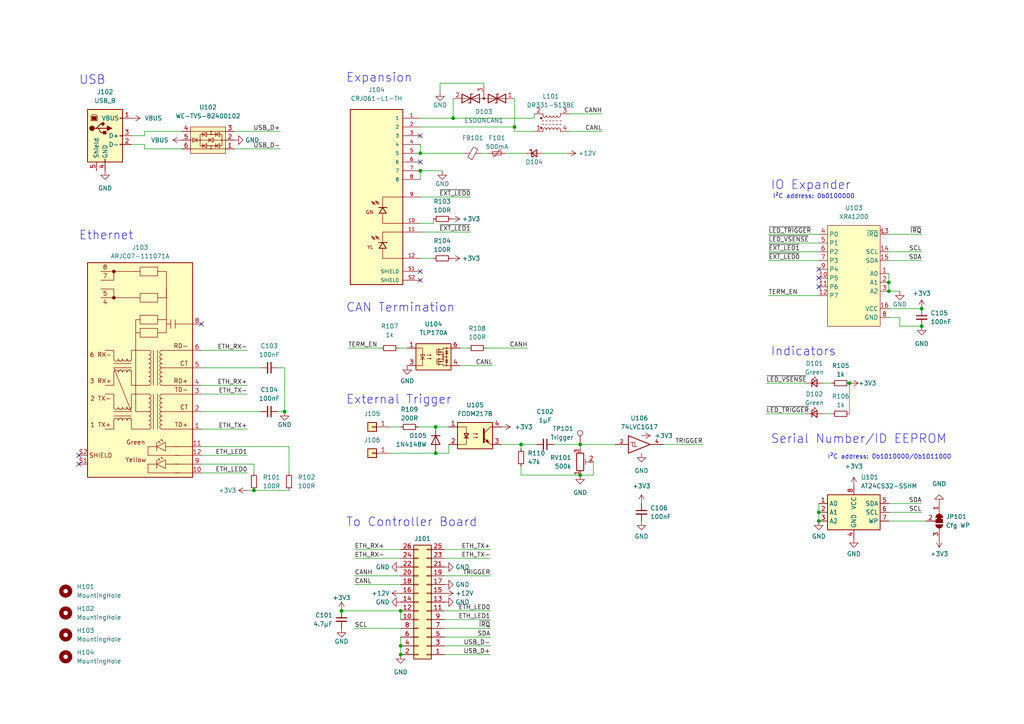
<source format=kicad_sch>
(kicad_sch (version 20211123) (generator eeschema)
  (paper "A4")
  (title_block (title "Rear IO") (date "2022-04-23") (rev "2") (comment 1 "Mounted to 12mm M2.5 screws on rear panel") (comment 2 "Exposes USB, Ethernet, CAN expansion") (comment 3 "Also contains trigger pulse shaper"))
  (lib_symbols
    (symbol "74xGxx:74LVC1G17" (pin_names (offset 1.016))
      (property "Reference" "U" (at -2.54 3.81 0))
      (property "Value" "74LVC1G17" (at 0 -3.81 0))
      (symbol "74LVC1G17_1_1"
        (pin input line (at -7.62 0 0) (length 3.81) (name "~") (number "2"))
        (pin power_in line (at 0 -2.54 270) (length 0) hide (name "GND") (number "3"))
        (pin output line (at 6.35 0 180) (length 3.81) (name "~") (number "4"))
        (pin power_in line (at 0 2.54 90) (length 0) hide (name "VCC") (number "5"))
      )
    )
    (symbol "Connector:TestPoint" (pin_numbers hide) (pin_names (offset 0.762) hide)
      (property "Reference" "TP" (at 0 6.858 0))
      (property "Value" "TestPoint" (at 0 5.08 0))
      (symbol "TestPoint_1_1"
        (pin passive line (at 0 0 90) (length 2.54) (name "1") (number "1"))
      )
    )
    (symbol "Connector:USB_B" (pin_names (offset 1.016))
      (property "Reference" "J" (at -5.08 11.43 0))
      (property "Value" "USB_B" (at -5.08 8.89 0))
      (symbol "USB_B_1_1"
        (pin power_out line (at 7.62 5.08 180) (length 2.54) (name "VBUS") (number "1"))
        (pin bidirectional line (at 7.62 -2.54 180) (length 2.54) (name "D-") (number "2"))
        (pin bidirectional line (at 7.62 0 180) (length 2.54) (name "D+") (number "3"))
        (pin power_out line (at 0 -10.16 90) (length 2.54) (name "GND") (number "4"))
        (pin passive line (at -2.54 -10.16 90) (length 2.54) (name "Shield") (number "5"))
      )
    )
    (symbol "Connector_Generic:Conn_01x01" (pin_names (offset 1.016) hide)
      (property "Reference" "J" (at 0 2.54 0))
      (property "Value" "Conn_01x01" (at 0 -2.54 0))
      (symbol "Conn_01x01_1_1"
        (pin passive line (at -5.08 0 0) (length 3.81) (name "Pin_1") (number "1"))
      )
    )
    (symbol "Connector_Generic:Conn_02x13_Odd_Even" (pin_names (offset 1.016) hide)
      (property "Reference" "J" (at 1.27 17.78 0))
      (property "Value" "Conn_02x13_Odd_Even" (at 1.27 -17.78 0))
      (symbol "Conn_02x13_Odd_Even_1_1"
        (pin passive line (at -5.08 15.24 0) (length 3.81) (name "Pin_1") (number "1"))
        (pin passive line (at 7.62 5.08 180) (length 3.81) (name "Pin_10") (number "10"))
        (pin passive line (at -5.08 2.54 0) (length 3.81) (name "Pin_11") (number "11"))
        (pin passive line (at 7.62 2.54 180) (length 3.81) (name "Pin_12") (number "12"))
        (pin passive line (at -5.08 0 0) (length 3.81) (name "Pin_13") (number "13"))
        (pin passive line (at 7.62 0 180) (length 3.81) (name "Pin_14") (number "14"))
        (pin passive line (at -5.08 -2.54 0) (length 3.81) (name "Pin_15") (number "15"))
        (pin passive line (at 7.62 -2.54 180) (length 3.81) (name "Pin_16") (number "16"))
        (pin passive line (at -5.08 -5.08 0) (length 3.81) (name "Pin_17") (number "17"))
        (pin passive line (at 7.62 -5.08 180) (length 3.81) (name "Pin_18") (number "18"))
        (pin passive line (at -5.08 -7.62 0) (length 3.81) (name "Pin_19") (number "19"))
        (pin passive line (at 7.62 15.24 180) (length 3.81) (name "Pin_2") (number "2"))
        (pin passive line (at 7.62 -7.62 180) (length 3.81) (name "Pin_20") (number "20"))
        (pin passive line (at -5.08 -10.16 0) (length 3.81) (name "Pin_21") (number "21"))
        (pin passive line (at 7.62 -10.16 180) (length 3.81) (name "Pin_22") (number "22"))
        (pin passive line (at -5.08 -12.7 0) (length 3.81) (name "Pin_23") (number "23"))
        (pin passive line (at 7.62 -12.7 180) (length 3.81) (name "Pin_24") (number "24"))
        (pin passive line (at -5.08 -15.24 0) (length 3.81) (name "Pin_25") (number "25"))
        (pin passive line (at 7.62 -15.24 180) (length 3.81) (name "Pin_26") (number "26"))
        (pin passive line (at -5.08 12.7 0) (length 3.81) (name "Pin_3") (number "3"))
        (pin passive line (at 7.62 12.7 180) (length 3.81) (name "Pin_4") (number "4"))
        (pin passive line (at -5.08 10.16 0) (length 3.81) (name "Pin_5") (number "5"))
        (pin passive line (at 7.62 10.16 180) (length 3.81) (name "Pin_6") (number "6"))
        (pin passive line (at -5.08 7.62 0) (length 3.81) (name "Pin_7") (number "7"))
        (pin passive line (at 7.62 7.62 180) (length 3.81) (name "Pin_8") (number "8"))
        (pin passive line (at -5.08 5.08 0) (length 3.81) (name "Pin_9") (number "9"))
      )
    )
    (symbol "Device:C_Small" (pin_numbers hide) (pin_names (offset 0.254) hide)
      (property "Reference" "C" (at 0.254 1.778 0))
      (property "Value" "C_Small" (at 0.254 -2.032 0))
      (symbol "C_Small_1_1"
        (pin passive line (at 0 2.54 270) (length 2.032) (name "~") (number "1"))
        (pin passive line (at 0 -2.54 90) (length 2.032) (name "~") (number "2"))
      )
    )
    (symbol "Device:D_Schottky_Small" (pin_numbers hide) (pin_names (offset 0.254) hide)
      (property "Reference" "D" (at -1.27 2.032 0))
      (property "Value" "D_Schottky_Small" (at -7.112 -2.032 0))
      (symbol "D_Schottky_Small_1_1"
        (pin passive line (at -2.54 0 0) (length 1.778) (name "K") (number "1"))
        (pin passive line (at 2.54 0 180) (length 1.778) (name "A") (number "2"))
      )
    )
    (symbol "Device:D_TVS_Dual_AAC" (pin_names (offset 1.016) hide)
      (property "Reference" "D" (at 0 4.445 0))
      (property "Value" "D_TVS_Dual_AAC" (at 0 2.54 0))
      (symbol "D_TVS_Dual_AAC_1_1"
        (pin passive line (at -8.89 0 0) (length 2.54) (name "A1") (number "1"))
        (pin passive line (at 8.89 0 180) (length 2.54) (name "A2") (number "2"))
        (pin input line (at 0 -3.81 90) (length 2.54) (name "common") (number "3"))
      )
    )
    (symbol "Device:FerriteBead_Small" (pin_numbers hide) (pin_names (offset 0))
      (property "Reference" "FB" (at 1.905 1.27 0))
      (property "Value" "FerriteBead_Small" (at 1.905 -1.27 0))
      (symbol "FerriteBead_Small_1_1"
        (pin passive line (at 0 2.54 270) (length 1.27) (name "~") (number "1"))
        (pin passive line (at 0 -2.54 90) (length 1.27) (name "~") (number "2"))
      )
    )
    (symbol "Device:LED_Small" (pin_numbers hide) (pin_names (offset 0.254) hide)
      (property "Reference" "D" (at -1.27 3.175 0))
      (property "Value" "LED_Small" (at -4.445 -2.54 0))
      (symbol "LED_Small_1_1"
        (pin passive line (at -2.54 0 0) (length 1.778) (name "K") (number "1"))
        (pin passive line (at 2.54 0 180) (length 1.778) (name "A") (number "2"))
      )
    )
    (symbol "Device:L_Ferrite_Coupled_1423" (pin_names (offset 0.254) hide)
      (property "Reference" "L" (at 0 4.445 0))
      (property "Value" "L_Ferrite_Coupled_1423" (at 0 -4.445 0))
      (symbol "L_Ferrite_Coupled_1423_1_1"
        (pin passive line (at -5.08 2.54 0) (length 2.54) (name "1") (number "1"))
        (pin passive line (at -5.08 -2.54 0) (length 2.54) (name "2") (number "2"))
        (pin passive line (at 5.08 -2.54 180) (length 2.54) (name "3") (number "3"))
        (pin passive line (at 5.08 2.54 180) (length 2.54) (name "4") (number "4"))
      )
    )
    (symbol "Device:Polyfuse_Small" (pin_numbers hide) (pin_names (offset 0))
      (property "Reference" "F" (at -1.905 0 90))
      (property "Value" "Polyfuse_Small" (at 1.905 0 90))
      (symbol "Polyfuse_Small_1_1"
        (pin passive line (at 0 2.54 270) (length 0.635) (name "~") (number "1"))
        (pin passive line (at 0 -2.54 90) (length 0.635) (name "~") (number "2"))
      )
    )
    (symbol "Device:R_Potentiometer_Trim" (pin_names (offset 1.016) hide)
      (property "Reference" "RV" (at -4.445 0 90))
      (property "Value" "R_Potentiometer_Trim" (at -2.54 0 90))
      (symbol "R_Potentiometer_Trim_1_1"
        (pin passive line (at 0 3.81 270) (length 1.27) (name "1") (number "1"))
        (pin passive line (at 3.81 0 180) (length 1.27) (name "2") (number "2"))
        (pin passive line (at 0 -3.81 90) (length 1.27) (name "3") (number "3"))
      )
    )
    (symbol "Device:R_Small" (pin_numbers hide) (pin_names (offset 0.254) hide)
      (property "Reference" "R" (at 0.762 0.508 0))
      (property "Value" "R_Small" (at 0.762 -1.016 0))
      (symbol "R_Small_1_1"
        (pin passive line (at 0 2.54 270) (length 0.762) (name "~") (number "1"))
        (pin passive line (at 0 -2.54 90) (length 0.762) (name "~") (number "2"))
      )
    )
    (symbol "Diode:1N4148W" (pin_numbers hide) (pin_names (offset 1.016) hide)
      (property "Reference" "D" (at 0 2.54 0))
      (property "Value" "1N4148W" (at 0 -2.54 0))
      (symbol "1N4148W_1_1"
        (pin passive line (at -3.81 0 0) (length 2.54) (name "K") (number "1"))
        (pin passive line (at 3.81 0 180) (length 2.54) (name "A") (number "2"))
      )
    )
    (symbol "Isolator:FODM217B"
      (property "Reference" "U" (at -5.08 5.08 0))
      (property "Value" "FODM217B" (at 0 5.08 0))
      (symbol "FODM217B_1_1"
        (pin passive line (at -7.62 2.54 0) (length 2.54) (name "~") (number "1"))
        (pin passive line (at -7.62 -2.54 0) (length 2.54) (name "~") (number "2"))
        (pin passive line (at 7.62 -2.54 180) (length 2.54) (name "~") (number "3"))
        (pin passive line (at 7.62 2.54 180) (length 2.54) (name "~") (number "4"))
      )
    )
    (symbol "Jumper:SolderJumper_3_Bridged12" (pin_names (offset 0) hide)
      (property "Reference" "JP" (at -2.54 -2.54 0))
      (property "Value" "SolderJumper_3_Bridged12" (at 0 2.794 0))
      (symbol "SolderJumper_3_Bridged12_1_1"
        (pin passive line (at -5.08 0 0) (length 2.54) (name "A") (number "1"))
        (pin passive line (at 0 -3.81 90) (length 2.54) (name "C") (number "2"))
        (pin passive line (at 5.08 0 180) (length 2.54) (name "B") (number "3"))
      )
    )
    (symbol "Mechanical:MountingHole" (pin_names (offset 1.016))
      (property "Reference" "H" (at 0 5.08 0))
      (property "Value" "MountingHole" (at 0 3.175 0))
    )
    (symbol "Memory_EEPROM:AT24CS32-SSHM"
      (property "Reference" "U" (at -7.62 6.35 0))
      (property "Value" "AT24CS32-SSHM" (at 2.54 -6.35 0))
      (symbol "AT24CS32-SSHM_1_1"
        (pin input line (at -10.16 2.54 0) (length 2.54) (name "A0") (number "1"))
        (pin input line (at -10.16 0 0) (length 2.54) (name "A1") (number "2"))
        (pin input line (at -10.16 -2.54 0) (length 2.54) (name "A2") (number "3"))
        (pin power_in line (at 0 -7.62 90) (length 2.54) (name "GND") (number "4"))
        (pin bidirectional line (at 10.16 2.54 180) (length 2.54) (name "SDA") (number "5"))
        (pin input line (at 10.16 0 180) (length 2.54) (name "SCL") (number "6"))
        (pin input line (at 10.16 -2.54 180) (length 2.54) (name "WP") (number "7"))
        (pin power_in line (at 0 7.62 270) (length 2.54) (name "VCC") (number "8"))
      )
    )
    (symbol "Power_Protection:WE-TVS-82400102"
      (property "Reference" "U" (at 0 7.62 0))
      (property "Value" "WE-TVS-82400102" (at 0 5.08 0))
      (symbol "WE-TVS-82400102_1_1"
        (pin passive line (at -7.62 2.54 0) (length 2.54) (name "~") (number "1"))
        (pin passive line (at -7.62 0 0) (length 2.54) (name "~") (number "2"))
        (pin passive line (at -7.62 -2.54 0) (length 2.54) (name "~") (number "3"))
        (pin passive line (at 7.62 -2.54 180) (length 2.54) (name "~") (number "4"))
        (pin passive line (at 7.62 0 180) (length 2.54) (name "~") (number "5"))
        (pin passive line (at 7.62 2.54 180) (length 2.54) (name "~") (number "6"))
      )
    )
    (symbol "power:+12V" (power) (pin_names (offset 0))
      (property "Value" "+12V" (at 0 3.556 0))
      (symbol "+12V_1_1"
        (pin power_in line (at 0 0 90) (length 0) hide (name "+12V") (number "1"))
      )
    )
    (symbol "power:+3V3" (power) (pin_names (offset 0))
      (property "Value" "+3V3" (at 0 3.556 0))
      (symbol "+3V3_1_1"
        (pin power_in line (at 0 0 90) (length 0) hide (name "+3V3") (number "1"))
      )
    )
    (symbol "power:GND" (power) (pin_names (offset 0))
      (property "Value" "GND" (at 0 -3.81 0))
      (symbol "GND_1_1"
        (pin power_in line (at 0 0 270) (length 0) hide (name "GND") (number "1"))
      )
    )
    (symbol "power:VBUS" (power) (pin_names (offset 0))
      (property "Value" "VBUS" (at 0 3.81 0))
      (symbol "VBUS_1_1"
        (pin power_in line (at 0 0 90) (length 0) hide (name "VBUS") (number "1"))
      )
    )
    (symbol "programmable-load:ARJC07-111071A" (pin_names (offset 1.016) hide)
      (property "Reference" "J" (at 0 -38.1 0))
      (property "Value" "ARJC07-111071A" (at 0 -35.56 0))
      (symbol "ARJC07-111071A_0_0"
        (text "1 TX+" (at 11.43 -19.05 0) (effects (font (size 1.27 1.27))))
        (text "2 TX-" (at 11.43 -11.43 0) (effects (font (size 1.27 1.27))))
        (text "3 RX+" (at 11.43 -6.35 0) (effects (font (size 1.27 1.27))))
        (text "4" (at 10.16 16.51 0) (effects (font (size 1.27 1.27))))
        (text "5" (at 10.16 19.05 0) (effects (font (size 1.27 1.27))))
        (text "6 RX-" (at 11.43 1.27 0) (effects (font (size 1.27 1.27))))
        (text "7" (at 10.16 24.13 0) (effects (font (size 1.27 1.27))))
        (text "8" (at 10.16 26.67 0) (effects (font (size 1.27 1.27))))
        (text "CT" (at -13.97 -1.27 0) (effects (font (size 1.27 1.27)) (justify left)))
        (text "Green" (at 1.27 -24.13 0) (effects (font (size 1.27 1.27))))
        (text "RD-" (at -13.97 3.81 0) (effects (font (size 1.27 1.27)) (justify left)))
        (text "SHIELD" (at 11.43 -27.94 0) (effects (font (size 1.27 1.27))))
      )
      (symbol "ARJC07-111071A_1_1"
        (text "CT" (at -13.97 -13.97 0) (effects (font (size 1.27 1.27)) (justify left)))
        (text "RD+" (at -13.97 -6.35 0) (effects (font (size 1.27 1.27)) (justify left)))
        (text "TD+" (at -13.97 -19.05 0) (effects (font (size 1.27 1.27)) (justify left)))
        (text "TD-" (at -13.97 -8.89 0) (effects (font (size 1.27 1.27)) (justify left)))
        (text "Yellow" (at 1.27 -29.21 0) (effects (font (size 1.27 1.27))))
        (pin passive line (at -17.78 -20.32 0) (length 2.54) (name "TD+") (number "1"))
        (pin passive line (at -17.78 -33.02 0) (length 2.54) (name "RLED-") (number "10"))
        (pin passive line (at -17.78 -25.4 0) (length 2.54) (name "LLED+") (number "11"))
        (pin passive line (at -17.78 -27.94 0) (length 2.54) (name "LLED-") (number "12"))
        (pin passive line (at -17.78 -15.24 0) (length 2.54) (name "CT") (number "2"))
        (pin passive line (at -17.78 -10.16 0) (length 2.54) (name "TD-") (number "3"))
        (pin passive line (at -17.78 -7.62 0) (length 2.54) (name "RD+") (number "4"))
        (pin passive line (at -17.78 -2.54 0) (length 2.54) (name "CT") (number "5"))
        (pin passive line (at -17.78 2.54 0) (length 2.54) (name "RD-") (number "6"))
        (pin no_connect line (at -17.78 17.78 0) (length 2.54) hide (name "NC") (number "7"))
        (pin passive line (at -17.78 10.16 0) (length 2.54) (name "8") (number "8"))
        (pin passive line (at -17.78 -30.48 0) (length 2.54) (name "RLED+") (number "9"))
        (pin passive line (at 17.78 -30.48 180) (length 2.54) (name "SHIELD") (number "S1"))
        (pin passive line (at 17.78 -27.94 180) (length 2.54) (name "SHIELD") (number "S2"))
      )
    )
    (symbol "programmable-load:CRJ061-L1-TH" (pin_names (offset 1.016))
      (property "Reference" "J" (at -7.62 26.162 0))
      (property "Value" "CRJ061-L1-TH" (at -7.62 -27.94 0))
      (symbol "CRJ061-L1-TH_0_0"
        (text "GN" (at 0.889 -3.81 0) (effects (font (size 1.016 1.016)) (justify left top)))
        (text "YL" (at 0.889 -13.97 0) (effects (font (size 1.016 1.016)) (justify left top)))
        (pin passive line (at -12.7 22.86 0) (length 5.08) (name "1") (number "1"))
        (pin passive line (at -12.7 -7.62 0) (length 5.08) (name "~") (number "10"))
        (pin passive line (at -12.7 -10.16 0) (length 5.08) (name "~") (number "11"))
        (pin passive line (at -12.7 -17.78 0) (length 5.08) (name "~") (number "12"))
        (pin passive line (at -12.7 20.32 0) (length 5.08) (name "2") (number "2"))
        (pin passive line (at -12.7 17.78 0) (length 5.08) (name "3") (number "3"))
        (pin passive line (at -12.7 15.24 0) (length 5.08) (name "4") (number "4"))
        (pin passive line (at -12.7 12.7 0) (length 5.08) (name "5") (number "5"))
        (pin passive line (at -12.7 10.16 0) (length 5.08) (name "6") (number "6"))
        (pin passive line (at -12.7 7.62 0) (length 5.08) (name "7") (number "7"))
        (pin passive line (at -12.7 5.08 0) (length 5.08) (name "8") (number "8"))
        (pin passive line (at -12.7 0 0) (length 5.08) (name "~") (number "9"))
        (pin passive line (at -12.7 -21.59 0) (length 5.08) (name "SHIELD") (number "S1"))
        (pin passive line (at -12.7 -24.13 0) (length 5.08) (name "SHIELD") (number "S2"))
      )
    )
    (symbol "programmable-load:TLP170A"
      (property "Reference" "U" (at -5.08 4.953 0))
      (property "Value" "TLP170A" (at -5.08 -5.08 0))
      (symbol "TLP170A_1_1"
        (pin passive line (at -7.62 2.54 0) (length 2.54) (name "~") (number "1"))
        (pin passive line (at -7.62 -2.54 0) (length 2.54) (name "~") (number "3"))
        (pin passive line (at 7.62 -2.54 180) (length 2.54) (name "~") (number "4"))
        (pin passive line (at 7.62 2.54 180) (length 2.54) (name "~") (number "6"))
      )
    )
    (symbol "programmable-load:XRA1200"
      (property "Reference" "U" (at 0 1.27 0))
      (property "Value" "XRA1200" (at 0 3.81 0))
      (symbol "XRA1200_1_1"
        (pin input line (at -10.16 -13.97 0) (length 2.54) (name "A0") (number "1"))
        (pin bidirectional line (at 10.16 -15.24 180) (length 2.54) (name "P5") (number "10"))
        (pin bidirectional line (at 10.16 -17.78 180) (length 2.54) (name "P6") (number "11"))
        (pin bidirectional line (at 10.16 -20.32 180) (length 2.54) (name "P7") (number "12"))
        (pin output output_low (at -10.16 -2.54 0) (length 2.54) (name "~{IRQ}") (number "13"))
        (pin bidirectional line (at -10.16 -7.62 0) (length 2.54) (name "SCL") (number "14"))
        (pin bidirectional line (at -10.16 -10.16 0) (length 2.54) (name "SDA") (number "15"))
        (pin power_in line (at -10.16 -24.13 0) (length 2.54) (name "VCC") (number "16"))
        (pin input line (at -10.16 -16.51 0) (length 2.54) (name "A1") (number "2"))
        (pin input line (at -10.16 -19.05 0) (length 2.54) (name "A2") (number "3"))
        (pin bidirectional line (at 10.16 -2.54 180) (length 2.54) (name "P0") (number "4"))
        (pin bidirectional line (at 10.16 -5.08 180) (length 2.54) (name "P1") (number "5"))
        (pin bidirectional line (at 10.16 -7.62 180) (length 2.54) (name "P2") (number "6"))
        (pin bidirectional line (at 10.16 -10.16 180) (length 2.54) (name "P3") (number "7"))
        (pin power_in line (at -10.16 -26.67 0) (length 2.54) (name "GND") (number "8"))
        (pin bidirectional line (at 10.16 -12.7 180) (length 2.54) (name "P4") (number "9"))
      )
    )
  )
  (junction (at 121.92 49.53))
  (junction (at 99.06 177.165))
  (junction (at 257.81 81.915))
  (junction (at 267.335 89.535))
  (junction (at 73.66 142.24))
  (junction (at 168.275 128.905))
  (junction (at 237.49 148.59))
  (junction (at 151.13 128.905))
  (junction (at 168.275 137.795))
  (junction (at 126.365 123.825))
  (junction (at 237.49 151.13))
  (junction (at 131.445 34.29))
  (junction (at 116.205 189.865))
  (junction (at 149.225 36.83))
  (junction (at 246.38 111.125))
  (junction (at 126.365 131.445))
  (junction (at 267.335 94.615))
  (junction (at 257.81 84.455))
  (junction (at 121.92 44.45))
  (junction (at 116.205 177.165))
  (junction (at 116.205 187.325))
  (junction (at 82.55 119.38))
  (no_connect (at 237.49 78.105))
  (no_connect (at 237.49 80.645))
  (no_connect (at 237.49 83.185))
  (no_connect (at 121.92 78.74))
  (no_connect (at 22.86 132.08))
  (no_connect (at 121.92 39.37))
  (no_connect (at 22.86 134.62))
  (no_connect (at 58.42 93.98))
  (no_connect (at 121.92 81.28))
  (no_connect (at 121.92 46.99))
  (wire (pts (xy 126.365 131.445) (xy 130.175 131.445)))
  (wire (pts (xy 172.085 133.985) (xy 172.085 137.795)))
  (wire (pts (xy 257.81 151.13) (xy 268.605 151.13)))
  (wire (pts (xy 222.885 73.025) (xy 237.49 73.025)))
  (wire (pts (xy 222.885 85.725) (xy 237.49 85.725)))
  (wire (pts (xy 237.49 148.59) (xy 237.49 151.13)))
  (wire (pts (xy 73.66 134.62) (xy 73.66 137.16)))
  (wire (pts (xy 99.06 177.165) (xy 116.205 177.165)))
  (wire (pts (xy 133.35 100.965) (xy 135.89 100.965)))
  (wire (pts (xy 121.92 49.53) (xy 128.27 49.53)))
  (wire (pts (xy 154.94 34.29) (xy 154.94 33.02)))
  (wire (pts (xy 257.81 73.025) (xy 267.335 73.025)))
  (wire (pts (xy 257.81 79.375) (xy 257.81 81.915)))
  (wire (pts (xy 238.76 111.125) (xy 241.3 111.125)))
  (wire (pts (xy 237.49 146.05) (xy 237.49 148.59)))
  (wire (pts (xy 75.565 119.38) (xy 58.42 119.38)))
  (wire (pts (xy 151.13 128.905) (xy 151.13 130.175)))
  (wire (pts (xy 131.445 34.29) (xy 131.445 28.575)))
  (wire (pts (xy 172.085 137.795) (xy 168.275 137.795)))
  (wire (pts (xy 246.38 111.125) (xy 246.38 120.015)))
  (wire (pts (xy 151.13 135.255) (xy 151.13 137.795)))
  (wire (pts (xy 121.92 34.29) (xy 131.445 34.29)))
  (wire (pts (xy 128.905 179.705) (xy 142.24 179.705)))
  (wire (pts (xy 102.87 159.385) (xy 116.205 159.385)))
  (wire (pts (xy 128.905 167.005) (xy 142.24 167.005)))
  (wire (pts (xy 121.92 64.77) (xy 125.73 64.77)))
  (wire (pts (xy 121.285 123.825) (xy 126.365 123.825)))
  (wire (pts (xy 58.42 137.16) (xy 71.755 137.16)))
  (wire (pts (xy 82.55 119.38) (xy 80.645 119.38)))
  (wire (pts (xy 149.225 38.1) (xy 149.225 36.83)))
  (wire (pts (xy 75.565 106.68) (xy 58.42 106.68)))
  (wire (pts (xy 168.275 128.905) (xy 168.275 130.175)))
  (wire (pts (xy 73.66 142.24) (xy 71.755 142.24)))
  (wire (pts (xy 257.81 146.05) (xy 267.335 146.05)))
  (wire (pts (xy 71.755 101.6) (xy 58.42 101.6)))
  (wire (pts (xy 113.03 131.445) (xy 126.365 131.445)))
  (wire (pts (xy 136.525 67.31) (xy 121.92 67.31)))
  (wire (pts (xy 127.635 26.67) (xy 127.635 24.13)))
  (wire (pts (xy 127.635 24.13) (xy 140.335 24.13)))
  (wire (pts (xy 116.205 177.165) (xy 116.205 179.705)))
  (wire (pts (xy 257.81 84.455) (xy 260.985 84.455)))
  (wire (pts (xy 128.905 187.325) (xy 142.24 187.325)))
  (wire (pts (xy 222.885 67.945) (xy 237.49 67.945)))
  (wire (pts (xy 133.35 106.045) (xy 142.875 106.045)))
  (wire (pts (xy 128.905 189.865) (xy 142.24 189.865)))
  (wire (pts (xy 168.275 128.905) (xy 160.655 128.905)))
  (wire (pts (xy 102.87 167.005) (xy 116.205 167.005)))
  (wire (pts (xy 151.13 128.905) (xy 145.415 128.905)))
  (wire (pts (xy 165.1 38.1) (xy 174.625 38.1)))
  (wire (pts (xy 38.1 41.91) (xy 41.91 41.91)))
  (wire (pts (xy 58.42 124.46) (xy 71.755 124.46)))
  (wire (pts (xy 121.92 44.45) (xy 134.62 44.45)))
  (wire (pts (xy 238.76 120.015) (xy 241.3 120.015)))
  (wire (pts (xy 260.985 94.615) (xy 260.985 92.075)))
  (wire (pts (xy 222.25 120.015) (xy 233.68 120.015)))
  (wire (pts (xy 128.905 161.925) (xy 142.24 161.925)))
  (wire (pts (xy 257.81 67.945) (xy 267.335 67.945)))
  (wire (pts (xy 140.97 100.965) (xy 153.035 100.965)))
  (wire (pts (xy 41.91 41.91) (xy 41.91 43.18)))
  (wire (pts (xy 38.1 39.37) (xy 41.91 39.37)))
  (wire (pts (xy 115.57 100.965) (xy 118.11 100.965)))
  (wire (pts (xy 128.905 159.385) (xy 142.24 159.385)))
  (wire (pts (xy 82.55 106.68) (xy 82.55 119.38)))
  (wire (pts (xy 140.335 24.765) (xy 140.335 24.13)))
  (wire (pts (xy 257.81 148.59) (xy 267.335 148.59)))
  (wire (pts (xy 155.575 128.905) (xy 151.13 128.905)))
  (wire (pts (xy 154.94 38.1) (xy 149.225 38.1)))
  (wire (pts (xy 139.7 44.45) (xy 141.605 44.45)))
  (wire (pts (xy 58.42 114.3) (xy 71.755 114.3)))
  (wire (pts (xy 41.91 39.37) (xy 41.91 38.1)))
  (wire (pts (xy 222.885 70.485) (xy 237.49 70.485)))
  (wire (pts (xy 257.81 75.565) (xy 267.335 75.565)))
  (wire (pts (xy 102.87 161.925) (xy 116.205 161.925)))
  (wire (pts (xy 125.73 63.5) (xy 125.73 64.77)))
  (wire (pts (xy 116.205 184.785) (xy 116.205 187.325)))
  (wire (pts (xy 71.755 111.76) (xy 58.42 111.76)))
  (wire (pts (xy 267.335 94.615) (xy 260.985 94.615)))
  (wire (pts (xy 102.87 182.245) (xy 116.205 182.245)))
  (wire (pts (xy 41.91 38.1) (xy 52.705 38.1)))
  (wire (pts (xy 178.435 128.905) (xy 168.275 128.905)))
  (wire (pts (xy 192.405 128.905) (xy 203.835 128.905)))
  (wire (pts (xy 157.48 44.45) (xy 164.465 44.45)))
  (wire (pts (xy 83.82 129.54) (xy 83.82 137.16)))
  (wire (pts (xy 165.1 33.02) (xy 174.625 33.02)))
  (wire (pts (xy 83.82 142.24) (xy 73.66 142.24)))
  (wire (pts (xy 67.945 38.1) (xy 81.28 38.1)))
  (wire (pts (xy 128.905 184.785) (xy 142.24 184.785)))
  (wire (pts (xy 222.885 75.565) (xy 237.49 75.565)))
  (wire (pts (xy 121.92 49.53) (xy 121.92 52.07)))
  (wire (pts (xy 121.92 36.83) (xy 149.225 36.83)))
  (wire (pts (xy 67.945 43.18) (xy 81.28 43.18)))
  (wire (pts (xy 257.81 81.915) (xy 257.81 84.455)))
  (wire (pts (xy 136.525 57.15) (xy 121.92 57.15)))
  (wire (pts (xy 130.175 131.445) (xy 130.175 128.905)))
  (wire (pts (xy 80.645 106.68) (xy 82.55 106.68)))
  (wire (pts (xy 168.275 137.795) (xy 151.13 137.795)))
  (wire (pts (xy 41.91 43.18) (xy 52.705 43.18)))
  (wire (pts (xy 128.905 177.165) (xy 142.24 177.165)))
  (wire (pts (xy 131.445 34.29) (xy 154.94 34.29)))
  (wire (pts (xy 128.905 182.245) (xy 142.24 182.245)))
  (wire (pts (xy 58.42 134.62) (xy 73.66 134.62)))
  (wire (pts (xy 257.81 89.535) (xy 267.335 89.535)))
  (wire (pts (xy 130.175 123.825) (xy 126.365 123.825)))
  (wire (pts (xy 102.87 169.545) (xy 116.205 169.545)))
  (wire (pts (xy 146.685 44.45) (xy 152.4 44.45)))
  (wire (pts (xy 121.92 74.93) (xy 125.73 74.93)))
  (wire (pts (xy 260.985 92.075) (xy 257.81 92.075)))
  (wire (pts (xy 58.42 132.08) (xy 71.755 132.08)))
  (wire (pts (xy 121.92 41.91) (xy 121.92 44.45)))
  (wire (pts (xy 222.25 111.125) (xy 233.68 111.125)))
  (wire (pts (xy 116.205 187.325) (xy 116.205 189.865)))
  (wire (pts (xy 113.03 123.825) (xy 116.205 123.825)))
  (wire (pts (xy 58.42 129.54) (xy 83.82 129.54)))
  (wire (pts (xy 149.225 36.83) (xy 149.225 28.575)))
  (wire (pts (xy 100.965 100.965) (xy 110.49 100.965)))
  (text "IO Expander" (at 223.52 55.245 0) (effects (font (size 2.54 2.54)) (justify left bottom)))
  (text "USB" (at 22.86 24.765 0) (effects (font (size 2.54 2.54)) (justify left bottom)))
  (text "Ethernet" (at 22.86 69.85 0) (effects (font (size 2.54 2.54)) (justify left bottom)))
  (text "I²C address: 0b1010000/0b1011000" (at 240.03 133.35 0) (effects (font (size 1.27 1.27)) (justify left bottom)))
  (text "External Trigger" (at 100.33 117.475 0) (effects (font (size 2.54 2.54)) (justify left bottom)))
  (text "To Controller Board" (at 100.33 153.035 0) (effects (font (size 2.54 2.54)) (justify left bottom)))
  (text "CAN Termination" (at 100.33 90.805 0) (effects (font (size 2.54 2.54)) (justify left bottom)))
  (text "Indicators" (at 223.52 103.505 0) (effects (font (size 2.54 2.54)) (justify left bottom)))
  (text "Expansion" (at 100.33 24.13 0) (effects (font (size 2.54 2.54)) (justify left bottom)))
  (text "I²C address: 0b0100000" (at 224.155 57.785 0) (effects (font (size 1.27 1.27)) (justify left bottom)))
  (text "Serial Number/ID EEPROM" (at 223.52 128.905 0) (effects (font (size 2.54 2.54)) (justify left bottom)))
  (label "SCL" (at 267.335 73.025 180))
  (label "ETH_LED1" (at 71.755 132.08 180))
  (label "ETH_TX+" (at 71.755 124.46 180))
  (label "~{EXT_LED1}" (at 222.885 73.025 0))
  (label "ETH_RX+" (at 102.87 159.385 0))
  (label "CANH" (at 153.035 100.965 180))
  (label "ETH_LED1" (at 142.24 179.705 180))
  (label "USB_D-" (at 142.24 187.325 180))
  (label "SCL" (at 267.335 148.59 180))
  (label "~{LED_TRIGGER}" (at 222.885 67.945 0))
  (label "~{EXT_LED1}" (at 136.525 67.31 180))
  (label "~{IRQ}" (at 267.335 67.945 180))
  (label "ETH_LED0" (at 71.755 137.16 180))
  (label "ETH_TX+" (at 142.24 159.385 180))
  (label "~{LED_VSENSE}" (at 222.25 111.125 0))
  (label "SDA" (at 267.335 146.05 180))
  (label "ETH_RX-" (at 71.755 101.6 180))
  (label "SDA" (at 142.24 184.785 180))
  (label "ETH_RX-" (at 102.87 161.925 0))
  (label "ETH_RX+" (at 71.755 111.76 180))
  (label "TRIGGER" (at 142.24 167.005 180))
  (label "CANL" (at 142.875 106.045 180))
  (label "USB_D+" (at 142.24 189.865 180))
  (label "~{LED_TRIGGER}" (at 222.25 120.015 0))
  (label "SCL" (at 102.87 182.245 0))
  (label "CANH" (at 102.87 167.005 0))
  (label "USB_D-" (at 81.28 43.18 180))
  (label "TRIGGER" (at 203.835 128.905 180))
  (label "USB_D+" (at 81.28 38.1 180))
  (label "~{EXT_LED0}" (at 136.525 57.15 180))
  (label "CANH" (at 174.625 33.02 180))
  (label "ETH_LED0" (at 142.24 177.165 180))
  (label "ETH_TX-" (at 71.755 114.3 180))
  (label "ETH_TX-" (at 142.24 161.925 180))
  (label "SDA" (at 267.335 75.565 180))
  (label "TERM_EN" (at 100.965 100.965 0))
  (label "TERM_EN" (at 222.885 85.725 0))
  (label "CANL" (at 174.625 38.1 180))
  (label "~{EXT_LED0}" (at 222.885 75.565 0))
  (label "~{IRQ}" (at 142.24 182.245 180))
  (label "~{LED_VSENSE}" (at 222.885 70.485 0))
  (label "CANL" (at 102.87 169.545 0))
  (symbol (lib_id "Device:D_TVS_Dual_AAC") (at 140.335 28.575 180) (unit 1)
    (property "Reference" "D103" (at 140.335 32.385 0))
    (property "Value" "ESDONCAN1" (at 140.335 34.925 0))
    (property "Footprint" "Package_TO_SOT_SMD:SOT-23_Handsoldering" (effects hide))
    (property "MPN" "ESDONCAN1LT1G" (effects hide))
  )
  (symbol (lib_id "power:GND") (at 118.11 106.045 0) (unit 1)
    (property "Reference" "#PWR0130" (effects hide))
    (property "Value" "GND" (at 118.11 110.49 0))
  )
  (symbol (lib_id "Mechanical:MountingHole") (at 19.05 177.8 0) (unit 1) (in_bom no)
    (property "Reference" "H102" (at 22.225 176.5299 0) (effects (justify left)))
    (property "Value" "MountingHole" (at 22.225 179.0699 0) (effects (justify left)))
    (property "Footprint" "MountingHole:MountingHole_2.7mm_M2.5" (effects hide))
  )
  (symbol (lib_id "Connector_Generic:Conn_02x13_Odd_Even") (at 123.825 174.625 180) (unit 1)
    (property "Reference" "J101" (at 122.555 156.21 0))
    (property "Value" "Conn_02x10_Odd_Even" (effects hide))
    (property "Footprint" "Connector_PinHeader_1.27mm:PinHeader_2x13_P1.27mm_Vertical" (effects hide))
    (property "MPN" "20021111-00026T4LF" (effects hide))
  )
  (symbol (lib_id "power:VBUS") (at 38.1 34.29 270) (unit 1)
    (property "Reference" "#PWR0114" (effects hide))
    (property "Value" "VBUS" (at 41.91 34.2899 90) (effects (justify left)))
  )
  (symbol (lib_id "Device:C_Small") (at 78.105 119.38 270) (mirror x) (unit 1)
    (property "Reference" "C104" (at 78.0987 113.03 90))
    (property "Value" "100nF" (at 78.0987 115.57 90))
    (property "Footprint" "Capacitor_SMD:C_0805_2012Metric_Pad1.18x1.45mm_HandSolder" (effects hide))
    (property "MPN" "CL21B104KACNFNC" (effects hide))
  )
  (symbol (lib_id "power:GND") (at 116.205 189.865 0) (unit 1)
    (property "Reference" "#PWR0105" (effects hide))
    (property "Value" "GND" (at 116.205 194.945 0))
  )
  (symbol (lib_id "power:GND") (at 116.205 174.625 270) (unit 1)
    (property "Reference" "#PWR0104" (effects hide))
    (property "Value" "GND" (at 113.03 174.6249 90) (effects (justify right)))
  )
  (symbol (lib_id "power:VBUS") (at 52.705 40.64 90) (unit 1)
    (property "Reference" "#PWR0116" (effects hide))
    (property "Value" "VBUS" (at 48.895 40.6399 90) (effects (justify left)))
  )
  (symbol (lib_id "power:+3V3") (at 145.415 123.825 270) (mirror x) (unit 1)
    (property "Reference" "#PWR0106" (effects hide))
    (property "Value" "+3V3" (at 149.225 123.8249 90) (effects (justify left)))
  )
  (symbol (lib_id "Device:R_Small") (at 138.43 100.965 90) (unit 1)
    (property "Reference" "R108" (at 138.43 95.25 90))
    (property "Value" "100R" (at 138.43 97.79 90))
    (property "Footprint" "Resistor_SMD:R_1210_3225Metric_Pad1.30x2.65mm_HandSolder" (effects hide))
    (property "MPN" "RMC1/4-101JTE" (effects hide))
  )
  (symbol (lib_id "power:GND") (at 30.48 49.53 0) (unit 1)
    (property "Reference" "#PWR0113" (effects hide))
    (property "Value" "GND" (at 30.48 54.61 0))
  )
  (symbol (lib_id "Diode:1N4148W") (at 126.365 127.635 90) (mirror x) (unit 1)
    (property "Reference" "D105" (at 123.825 126.3649 90) (effects (justify left)))
    (property "Value" "1N4148W" (at 123.825 128.9049 90) (effects (justify left)))
    (property "Footprint" "Diode_SMD:D_SOD-123" (effects hide))
    (property "Datasheet" "https://www.vishay.com/docs/85748/1n4148w.pdf" (effects hide))
    (property "MPN" "1N4148W-AU_R1_000A1" (effects hide))
  )
  (symbol (lib_id "Connector_Generic:Conn_01x01") (at 107.95 131.445 0) (mirror y) (unit 1)
    (property "Reference" "J106" (at 107.95 127.635 0))
    (property "Value" "Conn_01x01" (effects hide))
    (property "Footprint" "programmable-load:MillMax-2108-2" (effects hide))
    (property "MPN" "2108-2-00-01-00-00-07-0" (effects hide))
  )
  (symbol (lib_id "Connector:USB_B") (at 30.48 39.37 0) (unit 1)
    (property "Reference" "J102" (at 30.48 26.67 0))
    (property "Value" "USB_B" (at 30.48 29.21 0))
    (property "Footprint" "programmable-load:USB_B_TE_5787834_Vertical_ShieldSplit" (effects hide))
    (property "Datasheet" " ~" (effects hide))
    (property "MPN" "5787834-2" (effects hide))
  )
  (symbol (lib_id "power:+3V3") (at 247.65 140.97 0) (unit 1)
    (property "Reference" "#PWR0109" (effects hide))
    (property "Value" "+3V3" (at 247.65 135.255 0))
  )
  (symbol (lib_id "power:+3V3") (at 267.335 89.535 0) (unit 1)
    (property "Reference" "#PWR0125" (effects hide))
    (property "Value" "+3V3" (at 267.335 85.09 0))
  )
  (symbol (lib_id "power:GND") (at 99.06 182.245 0) (unit 1)
    (property "Reference" "#PWR0102" (effects hide))
    (property "Value" "GND" (at 99.06 186.055 0))
  )
  (symbol (lib_id "Jumper:SolderJumper_3_Bridged12") (at 272.415 151.13 270) (unit 1) (in_bom no)
    (property "Reference" "JP101" (at 274.32 149.8599 90) (effects (justify left)))
    (property "Value" "Cfg WP" (at 274.32 152.3999 90) (effects (justify left)))
    (property "Footprint" "Jumper:SolderJumper-3_P1.3mm_Bridged12_RoundedPad1.0x1.5mm" (effects hide))
  )
  (symbol (lib_id "power:GND") (at 272.415 146.05 180) (unit 1)
    (property "Reference" "#PWR0111" (effects hide))
    (property "Value" "GND" (at 272.415 140.335 0))
  )
  (symbol (lib_id "Device:R_Small") (at 128.27 74.93 90) (unit 1)
    (property "Reference" "R104" (at 128.27 69.85 90))
    (property "Value" "100R" (at 128.27 72.39 90))
    (property "Footprint" "Resistor_SMD:R_0805_2012Metric_Pad1.20x1.40mm_HandSolder" (effects hide))
    (property "MPN" "WR08X101 JTL" (effects hide))
  )
  (symbol (lib_id "Device:R_Potentiometer_Trim") (at 168.275 133.985 0) (mirror x) (unit 1)
    (property "Reference" "RV101" (at 165.735 132.7149 0) (effects (justify right)))
    (property "Value" "500k" (at 165.735 135.2549 0) (effects (justify right)))
    (property "Footprint" "programmable-load:Potentiometer_Nidec_Copal_CT94EW" (effects hide))
    (property "MPN" "CT-94EW504" (effects hide))
  )
  (symbol (lib_id "Device:R_Small") (at 243.84 111.125 270) (mirror x) (unit 1)
    (property "Reference" "R105" (at 243.84 106.045 90))
    (property "Value" "1k" (at 243.84 108.585 90))
    (property "Footprint" "Resistor_SMD:R_0805_2012Metric_Pad1.20x1.40mm_HandSolder" (effects hide))
    (property "MPN" "CR0805-JW-102ELF" (effects hide))
  )
  (symbol (lib_id "Device:R_Small") (at 83.82 139.7 180) (unit 1)
    (property "Reference" "R102" (at 86.36 138.4299 0) (effects (justify right)))
    (property "Value" "100R" (at 86.36 140.9699 0) (effects (justify right)))
    (property "Footprint" "Resistor_SMD:R_0805_2012Metric_Pad1.20x1.40mm_HandSolder" (effects hide))
    (property "MPN" "WR08X101 JTL" (effects hide))
  )
  (symbol (lib_id "Device:C_Small") (at 99.06 179.705 0) (mirror y) (unit 1)
    (property "Reference" "C101" (at 96.52 178.4412 0) (effects (justify left)))
    (property "Value" "4.7µF" (at 96.52 180.9812 0) (effects (justify left)))
    (property "Footprint" "Capacitor_SMD:C_0805_2012Metric_Pad1.18x1.45mm_HandSolder" (effects hide))
    (property "MPN" "CL21A475KAQNNNF" (effects hide))
  )
  (symbol (lib_id "Mechanical:MountingHole") (at 19.05 171.45 0) (unit 1) (in_bom no)
    (property "Reference" "H101" (at 22.225 170.1799 0) (effects (justify left)))
    (property "Value" "MountingHole" (at 22.225 172.7199 0) (effects (justify left)))
    (property "Footprint" "MountingHole:MountingHole_2.7mm_M2.5" (effects hide))
  )
  (symbol (lib_id "power:GND") (at 186.055 131.445 0) (mirror y) (unit 1)
    (property "Reference" "#PWR0132" (effects hide))
    (property "Value" "GND" (at 186.055 136.525 0))
  )
  (symbol (lib_id "power:+3V3") (at 272.415 156.21 180) (unit 1)
    (property "Reference" "#PWR0112" (effects hide))
    (property "Value" "+3V3" (at 272.415 160.655 0))
  )
  (symbol (lib_id "Device:R_Small") (at 118.745 123.825 270) (mirror x) (unit 1)
    (property "Reference" "R109" (at 118.745 118.745 90))
    (property "Value" "200R" (at 118.745 121.285 90))
    (property "Footprint" "Resistor_SMD:R_0805_2012Metric_Pad1.20x1.40mm_HandSolder" (effects hide))
    (property "MPN" "260-200-RC" (effects hide))
  )
  (symbol (lib_id "power:GND") (at 260.985 84.455 0) (unit 1)
    (property "Reference" "#PWR0124" (effects hide))
    (property "Value" "GND" (at 260.985 88.265 0))
  )
  (symbol (lib_id "74xGxx:74LVC1G17") (at 186.055 128.905 0) (unit 1)
    (property "Reference" "U106" (at 185.42 121.285 0))
    (property "Value" "74LVC1G17" (at 185.42 123.825 0))
    (property "Footprint" "Package_TO_SOT_SMD:SOT-23-5_HandSoldering" (effects hide))
    (property "Datasheet" "http://www.ti.com/lit/sg/scyt129e/scyt129e.pdf" (effects hide))
    (property "MPN" "SN74LVC1G17DBVRG4" (effects hide))
  )
  (symbol (lib_id "power:GND") (at 82.55 119.38 0) (mirror y) (unit 1)
    (property "Reference" "#PWR0118" (effects hide))
    (property "Value" "GND" (at 82.55 123.19 0))
  )
  (symbol (lib_id "Device:R_Small") (at 128.27 63.5 90) (unit 1)
    (property "Reference" "R103" (at 128.27 58.42 90))
    (property "Value" "100R" (at 128.27 60.96 90))
    (property "Footprint" "Resistor_SMD:R_0805_2012Metric_Pad1.20x1.40mm_HandSolder" (effects hide))
    (property "MPN" "WR08X101 JTL" (effects hide))
  )
  (symbol (lib_id "Device:Polyfuse_Small") (at 144.145 44.45 90) (unit 1)
    (property "Reference" "F101" (at 144.145 40.005 90))
    (property "Value" "500mA" (at 144.145 42.545 90))
    (property "Footprint" "Fuse:Fuse_1206_3216Metric_Pad1.42x1.75mm_HandSolder" (effects hide))
    (property "MPN" "0ZCJ0050FF2G" (effects hide))
  )
  (symbol (lib_id "Device:R_Small") (at 113.03 100.965 270) (mirror x) (unit 1)
    (property "Reference" "R107" (at 113.03 94.615 90))
    (property "Value" "1k" (at 113.03 97.155 90))
    (property "Footprint" "Resistor_SMD:R_0805_2012Metric_Pad1.20x1.40mm_HandSolder" (effects hide))
    (property "MPN" "CR0805-JW-102ELF" (effects hide))
  )
  (symbol (lib_id "power:GND") (at 168.275 137.795 0) (mirror y) (unit 1)
    (property "Reference" "#PWR0107" (effects hide))
    (property "Value" "GND" (at 168.275 142.875 0))
  )
  (symbol (lib_id "Device:L_Ferrite_Coupled_1423") (at 160.02 35.56 0) (mirror x) (unit 1)
    (property "Reference" "L101" (at 159.766 27.94 0))
    (property "Value" "DR331-513BE" (at 159.766 30.48 0))
    (property "Footprint" "programmable-load:Bourns-DR331-0-0-MFG" (effects hide))
    (property "MPN" "DR331-513BE" (effects hide))
  )
  (symbol (lib_id "power:GND") (at 247.65 156.21 0) (unit 1)
    (property "Reference" "#PWR0110" (effects hide))
    (property "Value" "GND" (at 247.65 160.655 0))
  )
  (symbol (lib_id "Device:R_Small") (at 73.66 139.7 180) (unit 1)
    (property "Reference" "R101" (at 76.2 138.4299 0) (effects (justify right)))
    (property "Value" "100R" (at 76.2 140.9699 0) (effects (justify right)))
    (property "Footprint" "Resistor_SMD:R_0805_2012Metric_Pad1.20x1.40mm_HandSolder" (effects hide))
    (property "MPN" "WR08X101 JTL" (effects hide))
  )
  (symbol (lib_id "power:+12V") (at 116.205 172.085 90) (unit 1)
    (property "Reference" "#PWR0137" (effects hide))
    (property "Value" "+12V" (at 113.03 172.0849 90) (effects (justify left)))
  )
  (symbol (lib_id "programmable-load:TLP170A") (at 125.73 103.505 0) (unit 1)
    (property "Reference" "U104" (at 125.73 93.98 0))
    (property "Value" "TLP170A" (at 125.73 96.52 0))
    (property "Footprint" "Package_SO:MFSOP6-4_4.4x3.6mm_P1.27mm" (effects hide))
    (property "Datasheet" "https://toshiba.semicon-storage.com/info/docget.jsp?did=13665&prodName=TLP175A" (effects hide))
  )
  (symbol (lib_id "programmable-load:CRJ061-L1-TH") (at 109.22 57.15 0) (mirror y) (unit 1)
    (property "Reference" "J104" (at 109.22 26.035 0))
    (property "Value" "CRJ061-L1-TH" (at 109.22 28.575 0))
    (property "Footprint" "programmable-load:CUI_CRJ061-L1-TH" (effects hide))
    (property "Datasheet" "https://www.cuidevices.com/product/resource/crj061-l1-th.pdf" (effects hide))
    (property "STANDARD" "Manufacturer Recommendations" (effects hide))
    (property "PARTREV" "1.0" (effects hide))
    (property "MANUFACTURER" "CUI Devices" (effects hide))
    (property "MAXIMUM_PACKAGE_HEIGHT" "16.43 mm" (effects hide))
  )
  (symbol (lib_id "power:+3V3") (at 99.06 177.165 0) (unit 1)
    (property "Reference" "#PWR0101" (effects hide))
    (property "Value" "+3V3" (at 99.06 173.355 0))
  )
  (symbol (lib_id "power:GND") (at 128.905 169.545 90) (unit 1)
    (property "Reference" "#PWR0123" (effects hide))
    (property "Value" "GND" (at 132.08 169.545 90) (effects (justify right)))
  )
  (symbol (lib_id "power:GND") (at 267.335 94.615 0) (unit 1)
    (property "Reference" "#PWR0126" (effects hide))
    (property "Value" "GND" (at 267.335 99.695 0))
  )
  (symbol (lib_id "Device:D_Schottky_Small") (at 154.94 44.45 0) (unit 1)
    (property "Reference" "D104" (at 154.94 46.99 0))
    (property "Value" "Panjit SS14" (effects hide))
    (property "Footprint" "Diode_SMD:D_SMA_Handsoldering" (effects hide))
    (property "MPN" "SS14_R1_00001" (effects hide))
  )
  (symbol (lib_id "programmable-load:ARJC07-111071A") (at 40.64 104.14 0) (mirror y) (unit 1)
    (property "Reference" "J103" (at 40.64 71.755 0))
    (property "Value" "ARJC07-111071A" (at 40.64 74.295 0))
    (property "Footprint" "programmable-load:ABRACON-ARJC07-111071A" (effects hide))
    (property "Datasheet" "https://abracon.com/Magnetics/lan/ARJC07-111071A.pdf" (effects hide))
    (property "MPN" "ARJC07-111071A" (effects hide))
  )
  (symbol (lib_id "Mechanical:MountingHole") (at 19.05 190.5 0) (unit 1) (in_bom no)
    (property "Reference" "H104" (at 22.225 189.2299 0) (effects (justify left)))
    (property "Value" "MountingHole" (at 22.225 191.7699 0) (effects (justify left)))
    (property "Footprint" "MountingHole:MountingHole_2.7mm_M2.5" (effects hide))
  )
  (symbol (lib_id "power:GND") (at 128.905 164.465 90) (unit 1)
    (property "Reference" "#PWR0122" (effects hide))
    (property "Value" "GND" (at 132.08 164.465 90) (effects (justify right)))
  )
  (symbol (lib_id "Device:LED_Small") (at 236.22 111.125 0) (unit 1)
    (property "Reference" "D101" (at 236.22 105.41 0))
    (property "Value" "Green" (at 236.22 107.95 0))
    (property "Footprint" "LED_SMD:LED_0805_2012Metric_Pad1.15x1.40mm_HandSolder" (effects hide))
  )
  (symbol (lib_id "power:GND") (at 67.945 40.64 90) (unit 1)
    (property "Reference" "#PWR0115" (effects hide))
    (property "Value" "GND" (at 71.12 40.6399 90) (effects (justify right)))
  )
  (symbol (lib_id "Connector_Generic:Conn_01x01") (at 107.95 123.825 0) (mirror y) (unit 1)
    (property "Reference" "J105" (at 107.95 120.015 0))
    (property "Value" "Conn_01x01" (effects hide))
    (property "Footprint" "programmable-load:MillMax-2108-2" (effects hide))
    (property "MPN" "2108-2-00-01-00-00-07-0" (effects hide))
  )
  (symbol (lib_id "Power_Protection:WE-TVS-82400102") (at 60.325 40.64 180) (unit 1)
    (property "Reference" "U102" (at 60.325 31.115 0))
    (property "Value" "WE-TVS-82400102" (at 60.325 33.655 0))
    (property "Footprint" "Package_TO_SOT_SMD:SOT-23-6" (effects hide))
    (property "Datasheet" "https://katalog.we-online.de/pbs/datasheet/82400102.pdf" (effects hide))
    (property "MPN" "82400102" (effects hide))
  )
  (symbol (lib_id "power:+12V") (at 128.905 172.085 270) (unit 1)
    (property "Reference" "#PWR0136" (effects hide))
    (property "Value" "+12V" (at 132.08 172.085 90) (effects (justify left)))
  )
  (symbol (lib_id "Device:C_Small") (at 78.105 106.68 270) (mirror x) (unit 1)
    (property "Reference" "C103" (at 78.0987 100.33 90))
    (property "Value" "100nF" (at 78.0987 102.87 90))
    (property "Footprint" "Capacitor_SMD:C_0805_2012Metric_Pad1.18x1.45mm_HandSolder" (effects hide))
    (property "MPN" "CL21B104KACNFNC" (effects hide))
  )
  (symbol (lib_id "power:+3V3") (at 186.055 126.365 270) (mirror x) (unit 1)
    (property "Reference" "#PWR0131" (effects hide))
    (property "Value" "+3V3" (at 189.865 126.3649 90) (effects (justify left)))
  )
  (symbol (lib_id "power:+12V") (at 164.465 44.45 270) (unit 1)
    (property "Reference" "#PWR0129" (effects hide))
    (property "Value" "+12V" (at 167.64 44.4499 90) (effects (justify left)))
  )
  (symbol (lib_id "Device:R_Small") (at 243.84 120.015 270) (mirror x) (unit 1)
    (property "Reference" "R106" (at 243.84 114.935 90))
    (property "Value" "1k" (at 243.84 117.475 90))
    (property "Footprint" "Resistor_SMD:R_0805_2012Metric_Pad1.20x1.40mm_HandSolder" (effects hide))
    (property "MPN" "CR0805-JW-102ELF" (effects hide))
  )
  (symbol (lib_id "power:GND") (at 128.27 49.53 0) (unit 1)
    (property "Reference" "#PWR0128" (effects hide))
    (property "Value" "GND" (at 128.27 53.34 0))
  )
  (symbol (lib_id "Device:C_Small") (at 267.335 92.075 0) (unit 1)
    (property "Reference" "C105" (at 269.875 90.8112 0) (effects (justify left)))
    (property "Value" "100nF" (at 269.875 93.3512 0) (effects (justify left)))
    (property "Footprint" "Capacitor_SMD:C_0805_2012Metric_Pad1.18x1.45mm_HandSolder" (effects hide))
    (property "MPN" "CL21B104KACNFNC" (effects hide))
  )
  (symbol (lib_id "power:+3V3") (at 71.755 142.24 90) (mirror x) (unit 1)
    (property "Reference" "#PWR0117" (effects hide))
    (property "Value" "+3V3" (at 68.58 142.2399 90) (effects (justify left)))
  )
  (symbol (lib_id "Device:C_Small") (at 186.055 148.59 0) (unit 1)
    (property "Reference" "C106" (at 188.595 147.3262 0) (effects (justify left)))
    (property "Value" "100nF" (at 188.595 149.8662 0) (effects (justify left)))
    (property "Footprint" "Capacitor_SMD:C_0805_2012Metric_Pad1.18x1.45mm_HandSolder" (effects hide))
  )
  (symbol (lib_id "Device:FerriteBead_Small") (at 137.16 44.45 90) (unit 1)
    (property "Reference" "FB101" (at 137.1219 40.005 90))
    (property "Value" "FerriteBead_Small" (effects hide))
    (property "Footprint" "Inductor_SMD:L_0805_2012Metric_Pad1.05x1.20mm_HandSolder" (effects hide))
    (property "MPN" "MFBM1V2012-800-R" (effects hide))
  )
  (symbol (lib_id "Memory_EEPROM:AT24CS32-SSHM") (at 247.65 148.59 0) (unit 1)
    (property "Reference" "U101" (at 249.6694 138.43 0) (effects (justify left)))
    (property "Value" "AT24CS32-SSHM" (at 249.6694 140.97 0) (effects (justify left)))
    (property "Footprint" "Package_SO:SOIC-8_3.9x4.9mm_P1.27mm" (effects hide))
    (property "Datasheet" "http://ww1.microchip.com/downloads/en/DeviceDoc/Atmel-8869-SEEPROM-AT24CS32-Datasheet.pdf" (effects hide))
    (property "MPN" "AT24CS32-SSHM" (effects hide))
  )
  (symbol (lib_id "power:+3V3") (at 186.055 146.05 0) (mirror y) (unit 1)
    (property "Reference" "#PWR0133" (effects hide))
    (property "Value" "+3V3" (at 186.055 140.97 0))
  )
  (symbol (lib_id "power:GND") (at 186.055 151.13 0) (mirror y) (unit 1)
    (property "Reference" "#PWR0134" (effects hide))
    (property "Value" "GND" (at 186.055 155.575 0))
  )
  (symbol (lib_id "power:+3V3") (at 130.81 63.5 270) (unit 1)
    (property "Reference" "#PWR0119" (effects hide))
    (property "Value" "+3V3" (at 133.985 63.4999 90) (effects (justify left)))
  )
  (symbol (lib_id "power:GND") (at 116.205 164.465 270) (unit 1)
    (property "Reference" "#PWR0103" (effects hide))
    (property "Value" "GND" (at 113.03 164.4649 90) (effects (justify right)))
  )
  (symbol (lib_id "Device:R_Small") (at 151.13 132.715 180) (unit 1)
    (property "Reference" "R110" (at 153.035 131.4449 0) (effects (justify right)))
    (property "Value" "47k" (at 153.035 133.9849 0) (effects (justify right)))
    (property "Footprint" "Resistor_SMD:R_0805_2012Metric_Pad1.20x1.40mm_HandSolder" (effects hide))
    (property "MPN" "RMC1/10-473JTP" (effects hide))
  )
  (symbol (lib_id "Device:LED_Small") (at 236.22 120.015 0) (unit 1)
    (property "Reference" "D102" (at 236.22 114.3 0))
    (property "Value" "Green" (at 236.22 116.84 0))
    (property "Footprint" "LED_SMD:LED_0805_2012Metric_Pad1.15x1.40mm_HandSolder" (effects hide))
  )
  (symbol (lib_id "power:GND") (at 237.49 151.13 0) (unit 1)
    (property "Reference" "#PWR0108" (effects hide))
    (property "Value" "GND" (at 237.49 155.575 0))
  )
  (symbol (lib_id "power:+3V3") (at 130.81 74.93 270) (unit 1)
    (property "Reference" "#PWR0120" (effects hide))
    (property "Value" "+3V3" (at 133.985 74.9299 90) (effects (justify left)))
  )
  (symbol (lib_id "power:+3V3") (at 246.38 111.125 270) (unit 1)
    (property "Reference" "#PWR0121" (effects hide))
    (property "Value" "+3V3" (at 248.92 111.125 90) (effects (justify left)))
  )
  (symbol (lib_id "Mechanical:MountingHole") (at 19.05 184.15 0) (unit 1) (in_bom no)
    (property "Reference" "H103" (at 22.225 182.8799 0) (effects (justify left)))
    (property "Value" "MountingHole" (at 22.225 185.4199 0) (effects (justify left)))
    (property "Footprint" "MountingHole:MountingHole_2.7mm_M2.5" (effects hide))
  )
  (symbol (lib_id "Isolator:FODM217B") (at 137.795 126.365 0) (unit 1)
    (property "Reference" "U105" (at 137.795 117.475 0))
    (property "Value" "FODM217B" (at 137.795 120.015 0))
    (property "Footprint" "Package_SO:SOP-4_4.4x2.6mm_P1.27mm" (effects hide))
    (property "Datasheet" "https://www.onsemi.com/pub/Collateral/FODM214-D.PDF" (effects hide))
    (property "MPN" "FODM217B" (effects hide))
  )
  (symbol (lib_id "Device:C_Small") (at 158.115 128.905 270) (mirror x) (unit 1)
    (property "Reference" "C102" (at 158.115 119.38 90))
    (property "Value" "1µF" (at 158.115 121.92 90))
    (property "Footprint" "Capacitor_SMD:C_0805_2012Metric_Pad1.18x1.45mm_HandSolder" (effects hide))
    (property "MPN" "CL21B105KBFNNNG" (effects hide))
  )
  (symbol (lib_id "programmable-load:XRA1200") (at 247.65 65.405 0) (mirror y) (unit 1)
    (property "Reference" "U103" (at 247.65 60.325 0))
    (property "Value" "XRA1200" (at 247.65 62.865 0))
    (property "Footprint" "Package_SO:TSSOP-16_4.4x5mm_P0.65mm" (effects hide))
    (property "Datasheet" "https://www.mouser.com/datasheet/2/146/xra1200_100_092011-1856036.pdf" (effects hide))
  )
  (symbol (lib_id "Connector:TestPoint") (at 168.275 128.905 0) (unit 1)
    (property "Reference" "TP101" (at 166.37 124.3329 0) (effects (justify right)))
    (property "Value" "Trigger" (at 166.37 126.8729 0) (effects (justify right)))
    (property "Footprint" "TestPoint:TestPoint_Keystone_5000-5004_Miniature" (effects hide))
    (property "Color" "Yellow" (effects hide))
    (property "MPN" "5004" (effects hide))
  )
  (symbol (lib_id "power:GND") (at 127.635 26.67 0) (unit 1)
    (property "Reference" "#PWR0127" (effects hide))
    (property "Value" "GND" (at 127.635 30.48 0))
  )
  (symbol (lib_id "power:GND") (at 128.905 174.625 90) (unit 1)
    (property "Reference" "#PWR0135" (effects hide))
    (property "Value" "GND" (at 132.08 174.625 90) (effects (justify right)))
  )
)
</source>
